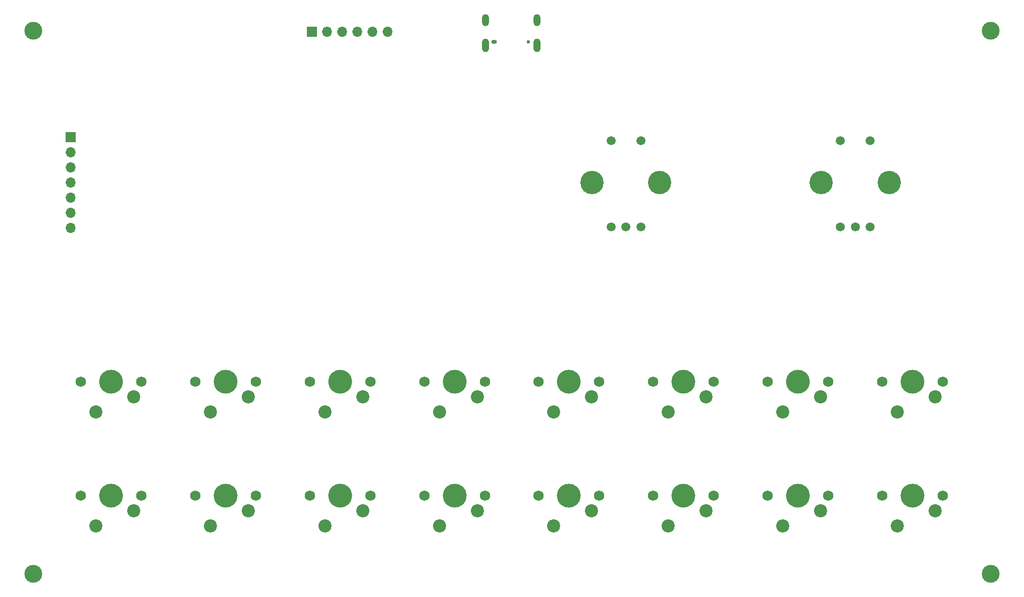
<source format=gbr>
%TF.GenerationSoftware,KiCad,Pcbnew,8.0.1-8.0.1-1~ubuntu22.04.1*%
%TF.CreationDate,2024-04-27T07:34:54-05:00*%
%TF.ProjectId,Universal Control Box,556e6976-6572-4736-916c-20436f6e7472,rev?*%
%TF.SameCoordinates,Original*%
%TF.FileFunction,Soldermask,Bot*%
%TF.FilePolarity,Negative*%
%FSLAX46Y46*%
G04 Gerber Fmt 4.6, Leading zero omitted, Abs format (unit mm)*
G04 Created by KiCad (PCBNEW 8.0.1-8.0.1-1~ubuntu22.04.1) date 2024-04-27 07:34:54*
%MOMM*%
%LPD*%
G01*
G04 APERTURE LIST*
%ADD10C,1.500000*%
%ADD11C,3.915000*%
%ADD12C,1.750000*%
%ADD13C,4.000000*%
%ADD14C,2.200000*%
%ADD15C,3.000000*%
%ADD16R,1.700000X1.700000*%
%ADD17O,1.700000X1.700000*%
%ADD18C,0.600000*%
%ADD19O,0.950000X0.600000*%
%ADD20O,1.200000X2.300000*%
%ADD21O,1.200000X2.000000*%
G04 APERTURE END LIST*
D10*
%TO.C,U202*%
X221900000Y-63650000D03*
X226900000Y-63650000D03*
X224400000Y-63650000D03*
D11*
X218700000Y-56150000D03*
X230100000Y-56150000D03*
D10*
X221900000Y-49150000D03*
X226900000Y-49150000D03*
%TD*%
%TO.C,U201*%
X183400000Y-63650000D03*
X188400000Y-63650000D03*
X185900000Y-63650000D03*
D11*
X180200000Y-56150000D03*
X191600000Y-56150000D03*
D10*
X183400000Y-49150000D03*
X188400000Y-49150000D03*
%TD*%
D12*
%TO.C,SW306*%
X200645000Y-89600000D03*
D13*
X195565000Y-89600000D03*
D12*
X190485000Y-89600000D03*
D14*
X199375000Y-92140000D03*
X193025000Y-94680000D03*
%TD*%
D12*
%TO.C,SW311*%
X143045000Y-108800000D03*
D13*
X137965000Y-108800000D03*
D12*
X132885000Y-108800000D03*
D14*
X141775000Y-111340000D03*
X135425000Y-113880000D03*
%TD*%
D12*
%TO.C,SW309*%
X104645000Y-108800000D03*
D13*
X99565000Y-108800000D03*
D12*
X94485000Y-108800000D03*
D14*
X103375000Y-111340000D03*
X97025000Y-113880000D03*
%TD*%
D12*
%TO.C,SW305*%
X181445000Y-89600000D03*
D13*
X176365000Y-89600000D03*
D12*
X171285000Y-89600000D03*
D14*
X180175000Y-92140000D03*
X173825000Y-94680000D03*
%TD*%
D12*
%TO.C,SW314*%
X200645000Y-108800000D03*
D13*
X195565000Y-108800000D03*
D12*
X190485000Y-108800000D03*
D14*
X199375000Y-111340000D03*
X193025000Y-113880000D03*
%TD*%
D12*
%TO.C,SW316*%
X239045000Y-108800000D03*
D13*
X233965000Y-108800000D03*
D12*
X228885000Y-108800000D03*
D14*
X237775000Y-111340000D03*
X231425000Y-113880000D03*
%TD*%
D12*
%TO.C,SW301*%
X104645000Y-89600000D03*
D13*
X99565000Y-89600000D03*
D12*
X94485000Y-89600000D03*
D14*
X103375000Y-92140000D03*
X97025000Y-94680000D03*
%TD*%
D15*
%TO.C,H103*%
X86500000Y-121900000D03*
%TD*%
D12*
%TO.C,SW303*%
X143045000Y-89600000D03*
D13*
X137965000Y-89600000D03*
D12*
X132885000Y-89600000D03*
D14*
X141775000Y-92140000D03*
X135425000Y-94680000D03*
%TD*%
D16*
%TO.C,J102*%
X92800000Y-48600000D03*
D17*
X92800000Y-51140000D03*
X92800000Y-53680000D03*
X92800000Y-56220000D03*
X92800000Y-58760000D03*
X92800000Y-61300000D03*
X92800000Y-63840000D03*
%TD*%
D12*
%TO.C,SW307*%
X219845000Y-89600000D03*
D13*
X214765000Y-89600000D03*
D12*
X209685000Y-89600000D03*
D14*
X218575000Y-92140000D03*
X212225000Y-94680000D03*
%TD*%
D12*
%TO.C,SW302*%
X123845000Y-89600000D03*
D13*
X118765000Y-89600000D03*
D12*
X113685000Y-89600000D03*
D14*
X122575000Y-92140000D03*
X116225000Y-94680000D03*
%TD*%
D12*
%TO.C,SW315*%
X219845000Y-108800000D03*
D13*
X214765000Y-108800000D03*
D12*
X209685000Y-108800000D03*
D14*
X218575000Y-111340000D03*
X212225000Y-113880000D03*
%TD*%
D18*
%TO.C,J103*%
X169590000Y-32600000D03*
D19*
X163810000Y-32600000D03*
D20*
X171025000Y-33175000D03*
D21*
X171025000Y-28900000D03*
D20*
X162375000Y-33175000D03*
D21*
X162375000Y-28900000D03*
%TD*%
D15*
%TO.C,H104*%
X247100000Y-121900000D03*
%TD*%
D12*
%TO.C,SW310*%
X123845000Y-108800000D03*
D13*
X118765000Y-108800000D03*
D12*
X113685000Y-108800000D03*
D14*
X122575000Y-111340000D03*
X116225000Y-113880000D03*
%TD*%
D16*
%TO.C,J101*%
X133200000Y-30900000D03*
D17*
X135740000Y-30900000D03*
X138280000Y-30900000D03*
X140820000Y-30900000D03*
X143360000Y-30900000D03*
X145900000Y-30900000D03*
%TD*%
D12*
%TO.C,SW304*%
X162245000Y-89600000D03*
D13*
X157165000Y-89600000D03*
D12*
X152085000Y-89600000D03*
D14*
X160975000Y-92140000D03*
X154625000Y-94680000D03*
%TD*%
D12*
%TO.C,SW312*%
X162245000Y-108800000D03*
D13*
X157165000Y-108800000D03*
D12*
X152085000Y-108800000D03*
D14*
X160975000Y-111340000D03*
X154625000Y-113880000D03*
%TD*%
D15*
%TO.C,H101*%
X86500000Y-30700000D03*
%TD*%
%TO.C,H102*%
X247100000Y-30700000D03*
%TD*%
D12*
%TO.C,SW308*%
X239045000Y-89600000D03*
D13*
X233965000Y-89600000D03*
D12*
X228885000Y-89600000D03*
D14*
X237775000Y-92140000D03*
X231425000Y-94680000D03*
%TD*%
D12*
%TO.C,SW313*%
X181445000Y-108800000D03*
D13*
X176365000Y-108800000D03*
D12*
X171285000Y-108800000D03*
D14*
X180175000Y-111340000D03*
X173825000Y-113880000D03*
%TD*%
M02*

</source>
